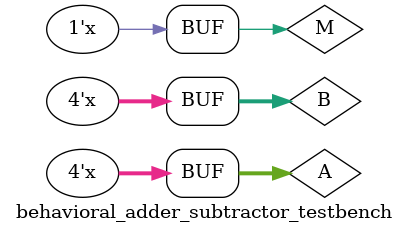
<source format=v>
`timescale 1ns / 1ps


module behavioral_adder_subtractor_testbench(
    
    );
    
    reg [3:0] A;
    reg [3:0] B;
    reg M;
    wire [4:0] S;
    
    behavioral_adder_subtractor bas(.A(A),.B(B),.M(M),.S(S));
    
    initial begin
        A = 4'b0; B = 4'b0; M = 1'b0;
    end
    always begin
        #10 {A,B,M} = {A,B,M} + 4'b1; 
    end
endmodule

</source>
